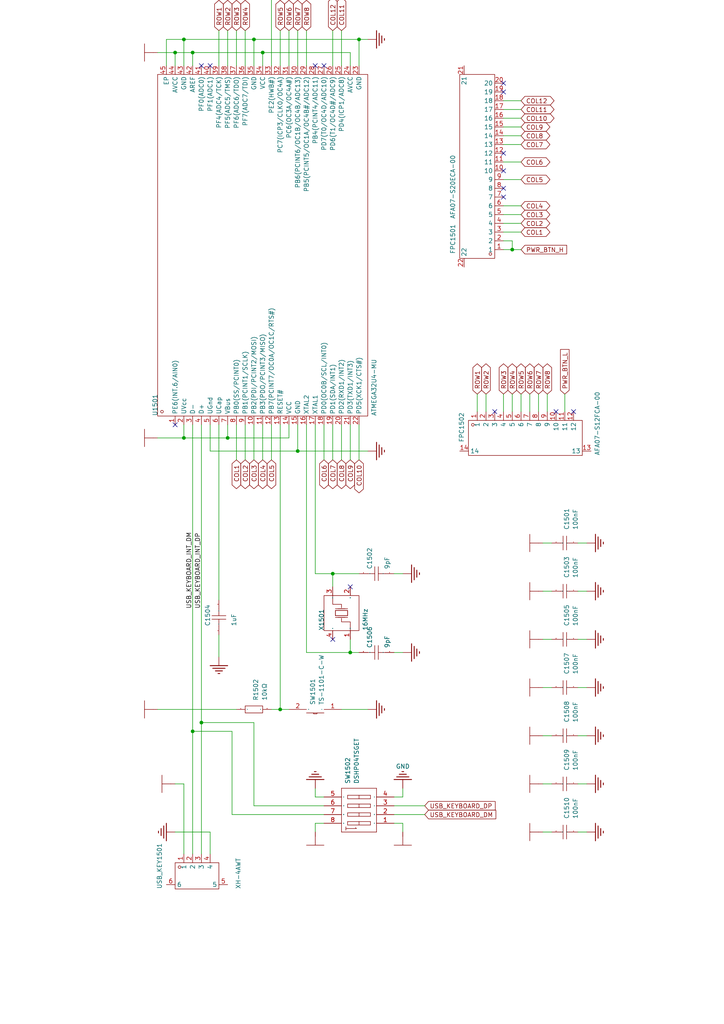
<source format=kicad_sch>
(kicad_sch (version 20250114) (generator "eeschema") (generator_version "9.0")
  (paper "A4" portrait)
  (lib_symbols
    (symbol "mainboard:0402B104K250NT"
      (property "Reference" "C" (at 0 0 0))
      (symbol "0402B104K250NT_1_0"
        (polyline (pts (xy -1.27 0) (xy -0.508 0)))
        (polyline (pts (xy -0.508 2.032) (xy -0.508 -2.032)))
        (polyline (pts (xy 0.508 2.032) (xy 0.508 -2.032)))
        (polyline (pts (xy 0.508 0) (xy 1.27 0)))
        (pin input line (at -3.81 0 0) (length 2.54) (name "1") (number "1"))
        (pin input line (at 3.81 0 180) (length 2.54) (name "2") (number "2"))
      )
    )
    (symbol "mainboard:0603WAF1002T5E"
      (symbol "0603WAF1002T5E_1_0"
        (rectangle (start -2.54 -1.016) (end 2.54 1.016))
        (pin input line (at -5.08 0 0) (length 2.54) (name "1") (number "1"))
        (pin input line (at 5.08 0 180) (length 2.54) (name "2") (number "2"))
      )
    )
    (symbol "mainboard:AFA07-S12FCA-00"
      (property "Reference" "FPC" (at 0 0 0))
      (symbol "AFA07-S12FCA-00_1_0"
        (rectangle (start -3.81 -16.51) (end 6.35 16.51))
        (circle (center -2.54 15.24) (radius 0.381))
        (pin input line (at -6.35 13.97 0) (length 2.54) (name "1") (number "1"))
        (pin input line (at -6.35 11.43 0) (length 2.54) (name "2") (number "2"))
        (pin input line (at -6.35 8.89 0) (length 2.54) (name "3") (number "3"))
        (pin input line (at -6.35 6.35 0) (length 2.54) (name "4") (number "4"))
        (pin input line (at -6.35 3.81 0) (length 2.54) (name "5") (number "5"))
        (pin input line (at -6.35 1.27 0) (length 2.54) (name "6") (number "6"))
        (pin input line (at -6.35 -1.27 0) (length 2.54) (name "7") (number "7"))
        (pin input line (at -6.35 -3.81 0) (length 2.54) (name "8") (number "8"))
        (pin input line (at -6.35 -6.35 0) (length 2.54) (name "9") (number "9"))
        (pin input line (at -6.35 -8.89 0) (length 2.54) (name "10") (number "10"))
        (pin input line (at -6.35 -11.43 0) (length 2.54) (name "11") (number "11"))
        (pin input line (at -6.35 -13.97 0) (length 2.54) (name "12") (number "12"))
        (pin input line (at 5.08 19.05 270) (length 2.54) (name "14") (number "14"))
        (pin input line (at 5.08 -19.05 90) (length 2.54) (name "13") (number "13"))
      )
    )
    (symbol "mainboard:AFA07-S20ECA-00"
      (property "Reference" "FPC" (at 0 0 0))
      (symbol "AFA07-S20ECA-00_1_0"
        (rectangle (start -3.81 -26.67) (end 6.35 26.67))
        (circle (center -2.54 25.4) (radius 0.381))
        (pin input line (at -6.35 24.13 0) (length 2.54) (name "1") (number "1"))
        (pin input line (at -6.35 21.59 0) (length 2.54) (name "2") (number "2"))
        (pin input line (at -6.35 19.05 0) (length 2.54) (name "3") (number "3"))
        (pin input line (at -6.35 16.51 0) (length 2.54) (name "4") (number "4"))
        (pin input line (at -6.35 13.97 0) (length 2.54) (name "5") (number "5"))
        (pin input line (at -6.35 11.43 0) (length 2.54) (name "6") (number "6"))
        (pin input line (at -6.35 8.89 0) (length 2.54) (name "7") (number "7"))
        (pin input line (at -6.35 6.35 0) (length 2.54) (name "8") (number "8"))
        (pin input line (at -6.35 3.81 0) (length 2.54) (name "9") (number "9"))
        (pin input line (at -6.35 1.27 0) (length 2.54) (name "10") (number "10"))
        (pin input line (at -6.35 -1.27 0) (length 2.54) (name "11") (number "11"))
        (pin input line (at -6.35 -3.81 0) (length 2.54) (name "12") (number "12"))
        (pin input line (at -6.35 -6.35 0) (length 2.54) (name "13") (number "13"))
        (pin input line (at -6.35 -8.89 0) (length 2.54) (name "14") (number "14"))
        (pin input line (at -6.35 -11.43 0) (length 2.54) (name "15") (number "15"))
        (pin input line (at -6.35 -13.97 0) (length 2.54) (name "16") (number "16"))
        (pin input line (at -6.35 -16.51 0) (length 2.54) (name "17") (number "17"))
        (pin input line (at -6.35 -19.05 0) (length 2.54) (name "18") (number "18"))
        (pin input line (at -6.35 -21.59 0) (length 2.54) (name "19") (number "19"))
        (pin input line (at -6.35 -24.13 0) (length 2.54) (name "20") (number "20"))
        (pin input line (at 5.08 29.21 270) (length 2.54) (name "22") (number "22"))
        (pin input line (at 5.08 -29.21 90) (length 2.54) (name "21") (number "21"))
      )
    )
    (symbol "mainboard:ATMEGA32U4-MU"
      (property "Reference" "U" (at 0 0 0))
      (symbol "ATMEGA32U4-MU_1_0"
        (rectangle (start -49.53 -30.48) (end 49.53 30.48))
        (circle (center -48.26 29.21) (radius 0.381))
        (pin unspecified line (at -52.07 25.4 0) (length 2.54) (name "PE6(INT.6/AIN0)") (number "1"))
        (pin unspecified line (at -52.07 22.86 0) (length 2.54) (name "UVcc") (number "2"))
        (pin unspecified line (at -52.07 20.32 0) (length 2.54) (name "D-") (number "3"))
        (pin unspecified line (at -52.07 17.78 0) (length 2.54) (name "D+") (number "4"))
        (pin unspecified line (at -52.07 15.24 0) (length 2.54) (name "UGnd") (number "5"))
        (pin unspecified line (at -52.07 12.7 0) (length 2.54) (name "UCap") (number "6"))
        (pin unspecified line (at -52.07 10.16 0) (length 2.54) (name "VBus") (number "7"))
        (pin unspecified line (at -52.07 7.62 0) (length 2.54) (name "PB0(SS/PCINT0)") (number "8"))
        (pin unspecified line (at -52.07 5.08 0) (length 2.54) (name "PB1(PCINT1/SCLK)") (number "9"))
        (pin unspecified line (at -52.07 2.54 0) (length 2.54) (name "PB2(PDI/PCINT2/MOSI)") (number "10"))
        (pin unspecified line (at -52.07 0 0) (length 2.54) (name "PB3(PDO/PCINT3/MISO)") (number "11"))
        (pin unspecified line (at -52.07 -2.54 0) (length 2.54) (name "PB7(PCINT7/OC0A/OC1C/RTS#)") (number "12"))
        (pin unspecified line (at -52.07 -5.08 0) (length 2.54) (name "RESET#") (number "13"))
        (pin unspecified line (at -52.07 -7.62 0) (length 2.54) (name "VCC") (number "14"))
        (pin unspecified line (at -52.07 -10.16 0) (length 2.54) (name "GND") (number "15"))
        (pin unspecified line (at -52.07 -12.7 0) (length 2.54) (name "XTAL2") (number "16"))
        (pin unspecified line (at -52.07 -15.24 0) (length 2.54) (name "XTAL1") (number "17"))
        (pin unspecified line (at -52.07 -17.78 0) (length 2.54) (name "PD0(OC0B/SCL/INT0)") (number "18"))
        (pin unspecified line (at -52.07 -20.32 0) (length 2.54) (name "PD1(SDA/INT1)") (number "19"))
        (pin unspecified line (at -52.07 -22.86 0) (length 2.54) (name "PD2(RXD1/INT2)") (number "20"))
        (pin unspecified line (at -52.07 -25.4 0) (length 2.54) (name "PD3(TXD1/INT3)") (number "21"))
        (pin unspecified line (at -52.07 -27.94 0) (length 2.54) (name "PD5(XCK1/CTS#)") (number "22"))
        (pin unspecified line (at 52.07 27.94 180) (length 2.54) (name "EP") (number "45"))
        (pin unspecified line (at 52.07 25.4 180) (length 2.54) (name "AVCC") (number "44"))
        (pin unspecified line (at 52.07 22.86 180) (length 2.54) (name "GND") (number "43"))
        (pin unspecified line (at 52.07 20.32 180) (length 2.54) (name "AREF") (number "42"))
        (pin unspecified line (at 52.07 17.78 180) (length 2.54) (name "PF0(ADC0)") (number "41"))
        (pin unspecified line (at 52.07 15.24 180) (length 2.54) (name "PF1(ADC1)") (number "40"))
        (pin unspecified line (at 52.07 12.7 180) (length 2.54) (name "PF4(ADC4/TCK)") (number "39"))
        (pin unspecified line (at 52.07 10.16 180) (length 2.54) (name "PF5(ADC5/TMS)") (number "38"))
        (pin unspecified line (at 52.07 7.62 180) (length 2.54) (name "PF6(ADC6/TDO)") (number "37"))
        (pin unspecified line (at 52.07 5.08 180) (length 2.54) (name "PF7(ADC7/TDI)") (number "36"))
        (pin unspecified line (at 52.07 2.54 180) (length 2.54) (name "GND") (number "35"))
        (pin unspecified line (at 52.07 0 180) (length 2.54) (name "VCC") (number "34"))
        (pin unspecified line (at 52.07 -2.54 180) (length 2.54) (name "PE2(HWB#)") (number "33"))
        (pin unspecified line (at 52.07 -5.08 180) (length 2.54) (name "PC7(ICP3/CLK0/OC4A)") (number "32"))
        (pin unspecified line (at 52.07 -7.62 180) (length 2.54) (name "PC6(OC3A/OC4A#)") (number "31"))
        (pin unspecified line (at 52.07 -10.16 180) (length 2.54) (name "PB6(PCINT6/OC1B/OC4B/ADC13)") (number "30"))
        (pin unspecified line (at 52.07 -12.7 180) (length 2.54) (name "PB5(PCINT5/OC1A/OC4B#/ADC12)") (number "29"))
        (pin unspecified line (at 52.07 -15.24 180) (length 2.54) (name "PB4(PCINT4/ADC11)") (number "28"))
        (pin unspecified line (at 52.07 -17.78 180) (length 2.54) (name "PD7(T0/OC4D/ADC10)") (number "27"))
        (pin unspecified line (at 52.07 -20.32 180) (length 2.54) (name "PD6(T1/OC4D#/ADC9)") (number "26"))
        (pin unspecified line (at 52.07 -22.86 180) (length 2.54) (name "PD4(ICP1/ADC8)") (number "25"))
        (pin unspecified line (at 52.07 -25.4 180) (length 2.54) (name "AVCC") (number "24"))
        (pin unspecified line (at 52.07 -27.94 180) (length 2.54) (name "GND") (number "23"))
      )
    )
    (symbol "mainboard:CC0603CRNPO9BN9R0"
      (property "Reference" "C" (at 0 0 0))
      (symbol "CC0603CRNPO9BN9R0_1_0"
        (polyline (pts (xy -2.032 0.508) (xy 2.032 0.508)))
        (polyline (pts (xy 0 2.54) (xy 0 0.508)))
        (polyline (pts (xy 0 -0.508) (xy 0 -2.54)))
        (polyline (pts (xy 2.032 -0.508) (xy -2.032 -0.508)))
        (pin input line (at 0 5.08 270) (length 2.54) (name "2") (number "2"))
        (pin input line (at 0 -5.08 90) (length 2.54) (name "1") (number "1"))
      )
    )
    (symbol "mainboard:CL10A105KB8NNNC"
      (property "Reference" "C" (at 0 0 0))
      (symbol "CL10A105KB8NNNC_1_0"
        (polyline (pts (xy -0.508 0) (xy -2.54 0)))
        (polyline (pts (xy -0.508 -2.032) (xy -0.508 2.032)))
        (polyline (pts (xy 0.508 2.032) (xy 0.508 -2.032)))
        (polyline (pts (xy 2.54 0) (xy 0.508 0)))
        (pin unspecified line (at -5.08 0 0) (length 2.54) (name "1") (number "1"))
        (pin unspecified line (at 5.08 0 180) (length 2.54) (name "2") (number "2"))
      )
    )
    (symbol "mainboard:DSHP04TSGER"
      (property "Reference" "SW" (at 0 0 0))
      (symbol "DSHP04TSGER_1_0"
        (polyline (pts (xy -5.08 6.35) (xy -5.08 -6.35)))
        (polyline (pts (xy -5.08 -6.35) (xy 5.08 -6.35)))
        (polyline (pts (xy -3.302 4.318) (xy 3.302 4.318)))
        (polyline (pts (xy -3.302 3.302) (xy -3.302 4.318)))
        (polyline (pts (xy -3.302 1.778) (xy 3.302 1.778)))
        (polyline (pts (xy -3.302 0.762) (xy -3.302 1.778)))
        (polyline (pts (xy -3.302 -0.762) (xy 3.302 -0.762)))
        (polyline (pts (xy -3.302 -1.778) (xy -3.302 -0.762)))
        (polyline (pts (xy -3.302 -3.302) (xy 3.302 -3.302)))
        (polyline (pts (xy -3.302 -4.318) (xy -3.302 -3.302)))
        (polyline (pts (xy 0 4.318) (xy 0 3.302)))
        (polyline (pts (xy 0 1.778) (xy 0 0.762)))
        (polyline (pts (xy 0 -0.762) (xy 0 -1.778)))
        (polyline (pts (xy 0 -3.302) (xy 0 -4.318)))
        (polyline (pts (xy 0.762 5.334) (xy 3.81 5.334)))
        (polyline (pts (xy 1.016 5.08) (xy 0.762 5.334)))
        (polyline (pts (xy 3.302 4.318) (xy 3.302 3.302)))
        (polyline (pts (xy 3.302 3.302) (xy -3.302 3.302)))
        (polyline (pts (xy 3.302 1.778) (xy 3.302 0.762)))
        (polyline (pts (xy 3.302 0.762) (xy -3.302 0.762)))
        (polyline (pts (xy 3.302 -0.762) (xy 3.302 -1.778)))
        (polyline (pts (xy 3.302 -1.778) (xy -3.302 -1.778)))
        (polyline (pts (xy 3.302 -3.302) (xy 3.302 -4.318)))
        (polyline (pts (xy 3.302 -4.318) (xy -3.302 -4.318)))
        (polyline (pts (xy 3.81 5.842) (xy 3.81 4.826)))
        (polyline (pts (xy 5.08 6.35) (xy -5.08 6.35)))
        (polyline (pts (xy 5.08 -6.35) (xy 5.08 6.35)))
        (pin input line (at -10.16 3.81 0) (length 5.08) (name "A1") (number "1"))
        (pin input line (at -10.16 1.27 0) (length 5.08) (name "A2") (number "2"))
        (pin input line (at -10.16 -1.27 0) (length 5.08) (name "A3") (number "3"))
        (pin input line (at -10.16 -3.81 0) (length 5.08) (name "A4") (number "4"))
        (pin input line (at 10.16 3.81 180) (length 5.08) (name "B1") (number "8"))
        (pin input line (at 10.16 1.27 180) (length 5.08) (name "B2") (number "7"))
        (pin input line (at 10.16 -1.27 180) (length 5.08) (name "B3") (number "6"))
        (pin input line (at 10.16 -3.81 180) (length 5.08) (name "B4") (number "5"))
      )
    )
    (symbol "mainboard:Ground-GND" (power) (pin_numbers (hide yes)) (pin_names (hide yes))
      (property "Value" "GND" (at 0 -6.35 0))
      (symbol "Ground-GND_1_0"
        (polyline (pts (xy -2.54 -2.54) (xy 2.54 -2.54)) (stroke (width 0.254)))
        (polyline (pts (xy -1.778 -3.302) (xy 1.778 -3.302)) (stroke (width 0.254)))
        (polyline (pts (xy -1.016 -4.064) (xy 1.016 -4.064)) (stroke (width 0.254)))
        (polyline (pts (xy -0.254 -4.826) (xy 0.254 -4.826)) (stroke (width 0.254)))
        (pin power_in line (at 0 0 270) (length 2.54) (name "GND_KEY") (number "1"))
      )
    )
    (symbol "mainboard:Power-5V" (power) (pin_numbers (hide yes)) (pin_names (hide yes))
      (symbol "Power-5V_1_0"
        (polyline (pts (xy -2.54 3.81) (xy 2.54 3.81)))
        (polyline (pts (xy 0 3.81) (xy 0 1.27)))
        (pin power_in line (at 0 0 90) (length 1.27) (name "+3.3V") (number "1"))
      )
    )
    (symbol "mainboard:TS-1101-C-W"
      (property "Reference" "SW" (at 0 0 0))
      (symbol "TS-1101-C-W_1_0"
        (polyline (pts (xy -2.54 1.016) (xy 2.54 1.016)))
        (polyline (pts (xy -0.508 1.016) (xy -0.508 1.27) (xy -0.508 1.27) (xy 0.508 1.27) (xy 0.508 1.27) (xy 0.508 1.016)))
        (pin unspecified line (at -7.62 0 0) (length 5.08) (name "1") (number "1"))
        (pin unspecified line (at 7.62 0 180) (length 5.08) (name "2") (number "2"))
      )
    )
    (symbol "mainboard:X322516MOB4SI"
      (property "Reference" "X" (at 0 0 0))
      (symbol "X322516MOB4SI_1_0"
        (polyline (pts (xy -5.08 -2.54) (xy -2.54 -2.54) (xy -2.54 -2.54) (xy -2.54 0) (xy -2.54 0) (xy -1.524 0)))
        (rectangle (start -5.08 -5.08) (end 5.08 5.08))
        (polyline (pts (xy -1.27 -1.016) (xy -1.27 1.016)))
        (polyline (pts (xy -1.27 -1.778) (xy -1.27 1.778)))
        (polyline (pts (xy -0.762 -1.778) (xy -0.762 1.778) (xy -0.762 1.778) (xy 0.762 1.778) (xy 0.762 1.778) (xy 0.762 -1.778)))
        (polyline (pts (xy 0.762 1.778) (xy 0.762 -1.778) (xy 0.762 -1.778) (xy -0.762 -1.778) (xy -0.762 -1.778) (xy -0.762 1.778) (xy -0.762 1.778) (xy 0.762 1.778)))
        (polyline (pts (xy 0.762 -1.778) (xy -0.762 -1.778)))
        (polyline (pts (xy 1.27 -1.016) (xy 1.27 1.016)))
        (polyline (pts (xy 1.27 -1.778) (xy 1.27 1.778)))
        (polyline (pts (xy 5.08 2.54) (xy 2.54 2.54) (xy 2.54 2.54) (xy 2.54 0) (xy 2.54 0) (xy 1.524 0)))
        (pin unspecified line (at -7.62 2.54 0) (length 2.54) (name "GND") (number "4"))
        (pin unspecified line (at -7.62 -2.54 0) (length 2.54) (name "OSC1") (number "1"))
        (pin unspecified line (at 7.62 2.54 180) (length 2.54) (name "OSC2") (number "3"))
        (pin unspecified line (at 7.62 -2.54 180) (length 2.54) (name "GND") (number "2"))
      )
    )
    (symbol "mainboard:XH-4AWT"
      (property "Reference" "CN" (at 0 0 0))
      (symbol "XH-4AWT_1_0"
        (rectangle (start -2.54 -6.35) (end 5.08 6.35))
        (circle (center -1.27 5.08) (radius 0.381))
        (pin unspecified line (at -5.08 3.81 0) (length 2.54) (name "1") (number "1"))
        (pin unspecified line (at -5.08 1.27 0) (length 2.54) (name "2") (number "2"))
        (pin unspecified line (at -5.08 -1.27 0) (length 2.54) (name "3") (number "3"))
        (pin unspecified line (at -5.08 -3.81 0) (length 2.54) (name "4") (number "4"))
        (pin unspecified line (at 3.81 8.89 270) (length 2.54) (name "6") (number "6"))
        (pin unspecified line (at 3.81 -8.89 90) (length 2.54) (name "5") (number "5"))
      )
    )
  )
  (junction (at 76.2 15.24))
  (junction (at 73.66 11.43))
  (junction (at 86.36 130.81))
  (junction (at 96.52 166.37))
  (junction (at 104.14 11.43))
  (junction (at 66.04 127))
  (junction (at 53.34 11.43))
  (junction (at 50.8 15.24))
  (junction (at 55.88 212.09))
  (junction (at 101.6 189.23))
  (junction (at 148.59 72.39))
  (junction (at 81.28 205.74))
  (junction (at 55.88 15.24))
  (junction (at 58.42 209.55))
  (junction (at 53.34 127))
  (no_connect (at 146.05 26.67))
  (no_connect (at 96.52 185.42))
  (no_connect (at 60.96 19.05))
  (no_connect (at 161.29 119.38))
  (no_connect (at 50.8 123.19))
  (no_connect (at 93.98 19.05))
  (no_connect (at 91.44 19.05))
  (no_connect (at 166.37 119.38))
  (no_connect (at 101.6 170.18))
  (no_connect (at 143.51 119.38))
  (no_connect (at 58.42 19.05))
  (no_connect (at 146.05 54.61))
  (no_connect (at 146.05 49.53))
  (no_connect (at 146.05 44.45))
  (no_connect (at 146.05 57.15))
  (no_connect (at 146.05 24.13))
  (wire (pts (xy 81.28 8.89) (xy 81.28 19.05)))
  (wire (pts (xy 63.5 190.5) (xy 63.5 184.15)))
  (wire (pts (xy 101.6 15.24) (xy 101.6 19.05)))
  (wire (pts (xy 66.04 127) (xy 83.82 127)))
  (wire (pts (xy 148.59 114.3) (xy 148.59 119.38)))
  (wire (pts (xy 167.64 241.3) (xy 170.18 241.3)))
  (wire (pts (xy 60.96 130.81) (xy 60.96 123.19)))
  (wire (pts (xy 123.19 233.68) (xy 114.3 233.68)))
  (wire (pts (xy 167.64 171.45) (xy 170.18 171.45)))
  (wire (pts (xy 58.42 123.19) (xy 58.42 209.55)))
  (wire (pts (xy 157.48 241.3) (xy 160.02 241.3)))
  (wire (pts (xy 73.66 233.68) (xy 93.98 233.68)))
  (wire (pts (xy 151.13 41.91) (xy 146.05 41.91)))
  (wire (pts (xy 123.19 236.22) (xy 114.3 236.22)))
  (wire (pts (xy 60.96 241.3) (xy 60.96 247.65)))
  (wire (pts (xy 99.06 19.05) (xy 99.06 8.89)))
  (wire (pts (xy 167.64 227.33) (xy 170.18 227.33)))
  (wire (pts (xy 104.14 11.43) (xy 73.66 11.43)))
  (wire (pts (xy 151.13 59.69) (xy 146.05 59.69)))
  (wire (pts (xy 151.13 29.21) (xy 146.05 29.21)))
  (wire (pts (xy 81.28 205.74) (xy 78.74 205.74)))
  (wire (pts (xy 55.88 212.09) (xy 67.31 212.09)))
  (wire (pts (xy 91.44 228.6) (xy 91.44 231.14)))
  (wire (pts (xy 71.12 123.19) (xy 71.12 133.35)))
  (wire (pts (xy 157.48 199.39) (xy 160.02 199.39)))
  (wire (pts (xy 151.13 72.39) (xy 148.59 72.39)))
  (wire (pts (xy 106.68 130.81) (xy 86.36 130.81)))
  (wire (pts (xy 96.52 166.37) (xy 91.44 166.37)))
  (wire (pts (xy 156.21 119.38) (xy 156.21 114.3)))
  (wire (pts (xy 104.14 11.43) (xy 104.14 19.05)))
  (wire (pts (xy 116.84 238.76) (xy 116.84 241.3)))
  (wire (pts (xy 157.48 227.33) (xy 160.02 227.33)))
  (wire (pts (xy 53.34 11.43) (xy 53.34 19.05)))
  (wire (pts (xy 140.97 114.3) (xy 140.97 119.38)))
  (wire (pts (xy 86.36 130.81) (xy 60.96 130.81)))
  (wire (pts (xy 71.12 19.05) (xy 71.12 8.89)))
  (wire (pts (xy 146.05 119.38) (xy 146.05 114.3)))
  (wire (pts (xy 167.64 213.36) (xy 170.18 213.36)))
  (wire (pts (xy 148.59 72.39) (xy 148.59 69.85)))
  (wire (pts (xy 93.98 -15.24) (xy 78.74 -15.24)))
  (wire (pts (xy 148.59 69.85) (xy 146.05 69.85)))
  (wire (pts (xy 63.5 123.19) (xy 63.5 173.99)))
  (wire (pts (xy 78.74 123.19) (xy 78.74 133.35)))
  (wire (pts (xy 76.2 15.24) (xy 101.6 15.24)))
  (wire (pts (xy 91.44 238.76) (xy 93.98 238.76)))
  (wire (pts (xy 106.68 11.43) (xy 104.14 11.43)))
  (wire (pts (xy 67.31 212.09) (xy 67.31 236.22)))
  (wire (pts (xy 83.82 127) (xy 83.82 123.19)))
  (wire (pts (xy 48.26 11.43) (xy 48.26 19.05)))
  (wire (pts (xy 99.06 133.35) (xy 99.06 123.19)))
  (wire (pts (xy 158.75 114.3) (xy 158.75 119.38)))
  (wire (pts (xy 146.05 31.75) (xy 151.13 31.75)))
  (wire (pts (xy 146.05 39.37) (xy 151.13 39.37)))
  (wire (pts (xy 91.44 241.3) (xy 91.44 238.76)))
  (wire (pts (xy 116.84 231.14) (xy 114.3 231.14)))
  (wire (pts (xy 153.67 114.3) (xy 153.67 119.38)))
  (wire (pts (xy 73.66 133.35) (xy 73.66 123.19)))
  (wire (pts (xy 53.34 11.43) (xy 48.26 11.43)))
  (wire (pts (xy 53.34 127) (xy 53.34 123.19)))
  (wire (pts (xy 83.82 19.05) (xy 83.82 8.89)))
  (wire (pts (xy 96.52 123.19) (xy 96.52 133.35)))
  (wire (pts (xy 53.34 227.33) (xy 53.34 247.65)))
  (wire (pts (xy 146.05 67.31) (xy 151.13 67.31)))
  (wire (pts (xy 73.66 11.43) (xy 53.34 11.43)))
  (wire (pts (xy 55.88 123.19) (xy 55.88 212.09)))
  (wire (pts (xy 66.04 127) (xy 66.04 123.19)))
  (wire (pts (xy 76.2 15.24) (xy 76.2 19.05)))
  (wire (pts (xy 151.13 52.07) (xy 146.05 52.07)))
  (wire (pts (xy 63.5 8.89) (xy 63.5 19.05)))
  (wire (pts (xy 86.36 8.89) (xy 86.36 19.05)))
  (wire (pts (xy 146.05 46.99) (xy 151.13 46.99)))
  (wire (pts (xy 45.72 15.24) (xy 50.8 15.24)))
  (wire (pts (xy 101.6 189.23) (xy 88.9 189.23)))
  (wire (pts (xy 151.13 64.77) (xy 146.05 64.77)))
  (wire (pts (xy 68.58 133.35) (xy 68.58 123.19)))
  (wire (pts (xy 81.28 205.74) (xy 83.82 205.74)))
  (wire (pts (xy 138.43 119.38) (xy 138.43 114.3)))
  (wire (pts (xy 104.14 166.37) (xy 96.52 166.37)))
  (wire (pts (xy 151.13 119.38) (xy 151.13 114.3)))
  (wire (pts (xy 157.48 213.36) (xy 160.02 213.36)))
  (wire (pts (xy 104.14 -15.24) (xy 105.41 -15.24)))
  (wire (pts (xy 88.9 189.23) (xy 88.9 123.19)))
  (wire (pts (xy 167.64 199.39) (xy 170.18 199.39)))
  (wire (pts (xy 114.3 238.76) (xy 116.84 238.76)))
  (wire (pts (xy 76.2 15.24) (xy 55.88 15.24)))
  (wire (pts (xy 66.04 19.05) (xy 66.04 8.89)))
  (wire (pts (xy 146.05 36.83) (xy 151.13 36.83)))
  (wire (pts (xy 91.44 166.37) (xy 91.44 123.19)))
  (wire (pts (xy 73.66 209.55) (xy 73.66 233.68)))
  (wire (pts (xy 167.64 157.48) (xy 170.18 157.48)))
  (wire (pts (xy 114.3 166.37) (xy 116.84 166.37)))
  (wire (pts (xy 91.44 231.14) (xy 93.98 231.14)))
  (wire (pts (xy 157.48 157.48) (xy 160.02 157.48)))
  (wire (pts (xy 55.88 15.24) (xy 55.88 19.05)))
  (wire (pts (xy 68.58 205.74) (xy 45.72 205.74)))
  (wire (pts (xy 114.3 189.23) (xy 116.84 189.23)))
  (wire (pts (xy 101.6 189.23) (xy 101.6 185.42)))
  (wire (pts (xy 58.42 209.55) (xy 58.42 247.65)))
  (wire (pts (xy 68.58 8.89) (xy 68.58 19.05)))
  (wire (pts (xy 93.98 133.35) (xy 93.98 123.19)))
  (wire (pts (xy 157.48 171.45) (xy 160.02 171.45)))
  (wire (pts (xy 55.88 15.24) (xy 50.8 15.24)))
  (wire (pts (xy 76.2 123.19) (xy 76.2 133.35)))
  (wire (pts (xy 60.96 241.3) (xy 50.8 241.3)))
  (wire (pts (xy 146.05 62.23) (xy 151.13 62.23)))
  (wire (pts (xy 53.34 127) (xy 66.04 127)))
  (wire (pts (xy 86.36 130.81) (xy 86.36 123.19)))
  (wire (pts (xy 96.52 166.37) (xy 96.52 170.18)))
  (wire (pts (xy 96.52 8.89) (xy 96.52 19.05)))
  (wire (pts (xy 73.66 11.43) (xy 73.66 19.05)))
  (wire (pts (xy 148.59 72.39) (xy 146.05 72.39)))
  (wire (pts (xy 50.8 227.33) (xy 53.34 227.33)))
  (wire (pts (xy 88.9 19.05) (xy 88.9 8.89)))
  (wire (pts (xy 106.68 205.74) (xy 99.06 205.74)))
  (wire (pts (xy 151.13 34.29) (xy 146.05 34.29)))
  (wire (pts (xy 50.8 15.24) (xy 50.8 19.05)))
  (wire (pts (xy 58.42 209.55) (xy 73.66 209.55)))
  (wire (pts (xy 116.84 228.6) (xy 116.84 231.14)))
  (wire (pts (xy 157.48 185.42) (xy 160.02 185.42)))
  (wire (pts (xy 167.64 185.42) (xy 170.18 185.42)))
  (wire (pts (xy 45.72 127) (xy 53.34 127)))
  (wire (pts (xy 163.83 119.38) (xy 163.83 114.3)))
  (wire (pts (xy 55.88 212.09) (xy 55.88 247.65)))
  (wire (pts (xy 104.14 133.35) (xy 104.14 123.19)))
  (wire (pts (xy 104.14 189.23) (xy 101.6 189.23)))
  (wire (pts (xy 78.74 19.05) (xy 78.74 -15.24)))
  (wire (pts (xy 67.31 236.22) (xy 93.98 236.22)))
  (wire (pts (xy 81.28 205.74) (xy 81.28 123.19)))
  (wire (pts (xy 101.6 123.19) (xy 101.6 133.35)))
  (label "USB_KEYBOARD_INT_DP" (at 58.42 176.53 90))
  (label "USB_KEYBOARD_INT_DM" (at 55.88 176.53 90))
  (global_label "COL7" (shape bidirectional) (at 151.13 41.91 0) (property "Intersheetrefs" "${INTERSHEET_REFS}" (effects (hide yes))))
  (global_label "USB_KEYBOARD_DM" (shape input) (at 123.19 236.22 0) (property "Intersheetrefs" "${INTERSHEET_REFS}" (effects (hide yes))))
  (global_label "ROW6" (shape bidirectional) (at 83.82 8.89 90) (property "Intersheetrefs" "${INTERSHEET_REFS}" (effects (hide yes))))
  (global_label "ROW4" (shape bidirectional) (at 148.59 114.3 90) (property "Intersheetrefs" "${INTERSHEET_REFS}" (effects (hide yes))))
  (global_label "ROW5" (shape bidirectional) (at 81.28 8.89 90) (property "Intersheetrefs" "${INTERSHEET_REFS}" (effects (hide yes))))
  (global_label "COL6" (shape bidirectional) (at 151.13 46.99 0) (property "Intersheetrefs" "${INTERSHEET_REFS}" (effects (hide yes))))
  (global_label "ROW8" (shape bidirectional) (at 88.9 8.89 90) (property "Intersheetrefs" "${INTERSHEET_REFS}" (effects (hide yes))))
  (global_label "COL8" (shape bidirectional) (at 151.13 39.37 0) (property "Intersheetrefs" "${INTERSHEET_REFS}" (effects (hide yes))))
  (global_label "PWR_BTN_L" (shape input) (at 163.83 114.3 90) (property "Intersheetrefs" "${INTERSHEET_REFS}" (effects (hide yes))))
  (global_label "ROW4" (shape bidirectional) (at 71.12 8.89 90) (property "Intersheetrefs" "${INTERSHEET_REFS}" (effects (hide yes))))
  (global_label "COL4" (shape bidirectional) (at 151.13 59.69 0) (property "Intersheetrefs" "${INTERSHEET_REFS}" (effects (hide yes))))
  (global_label "COL2" (shape bidirectional) (at 151.13 64.77 0) (property "Intersheetrefs" "${INTERSHEET_REFS}" (effects (hide yes))))
  (global_label "COL11" (shape bidirectional) (at 151.13 31.75 0) (property "Intersheetrefs" "${INTERSHEET_REFS}" (effects (hide yes))))
  (global_label "COL10" (shape bidirectional) (at 104.14 133.35 270) (property "Intersheetrefs" "${INTERSHEET_REFS}" (effects (hide yes))))
  (global_label "ROW6" (shape bidirectional) (at 153.67 114.3 90) (property "Intersheetrefs" "${INTERSHEET_REFS}" (effects (hide yes))))
  (global_label "ROW2" (shape bidirectional) (at 140.97 114.3 90) (property "Intersheetrefs" "${INTERSHEET_REFS}" (effects (hide yes))))
  (global_label "COL9" (shape bidirectional) (at 101.6 133.35 270) (property "Intersheetrefs" "${INTERSHEET_REFS}" (effects (hide yes))))
  (global_label "COL2" (shape bidirectional) (at 71.12 133.35 270) (property "Intersheetrefs" "${INTERSHEET_REFS}" (effects (hide yes))))
  (global_label "COL11" (shape bidirectional) (at 99.06 8.89 90) (property "Intersheetrefs" "${INTERSHEET_REFS}" (effects (hide yes))))
  (global_label "ROW3" (shape bidirectional) (at 146.05 114.3 90) (property "Intersheetrefs" "${INTERSHEET_REFS}" (effects (hide yes))))
  (global_label "COL1" (shape bidirectional) (at 151.13 67.31 0) (property "Intersheetrefs" "${INTERSHEET_REFS}" (effects (hide yes))))
  (global_label "ROW3" (shape bidirectional) (at 68.58 8.89 90) (property "Intersheetrefs" "${INTERSHEET_REFS}" (effects (hide yes))))
  (global_label "COL3" (shape bidirectional) (at 73.66 133.35 270) (property "Intersheetrefs" "${INTERSHEET_REFS}" (effects (hide yes))))
  (global_label "COL6" (shape bidirectional) (at 93.98 133.35 270) (property "Intersheetrefs" "${INTERSHEET_REFS}" (effects (hide yes))))
  (global_label "COL7" (shape bidirectional) (at 96.52 133.35 270) (property "Intersheetrefs" "${INTERSHEET_REFS}" (effects (hide yes))))
  (global_label "ROW2" (shape bidirectional) (at 66.04 8.89 90) (property "Intersheetrefs" "${INTERSHEET_REFS}" (effects (hide yes))))
  (global_label "COL8" (shape bidirectional) (at 99.06 133.35 270) (property "Intersheetrefs" "${INTERSHEET_REFS}" (effects (hide yes))))
  (global_label "ROW7" (shape bidirectional) (at 86.36 8.89 90) (property "Intersheetrefs" "${INTERSHEET_REFS}" (effects (hide yes))))
  (global_label "COL3" (shape bidirectional) (at 151.13 62.23 0) (property "Intersheetrefs" "${INTERSHEET_REFS}" (effects (hide yes))))
  (global_label "COL12" (shape bidirectional) (at 151.13 29.21 0) (property "Intersheetrefs" "${INTERSHEET_REFS}" (effects (hide yes))))
  (global_label "ROW7" (shape bidirectional) (at 156.21 114.3 90) (property "Intersheetrefs" "${INTERSHEET_REFS}" (effects (hide yes))))
  (global_label "COL5" (shape bidirectional) (at 151.13 52.07 0) (property "Intersheetrefs" "${INTERSHEET_REFS}" (effects (hide yes))))
  (global_label "COL4" (shape bidirectional) (at 76.2 133.35 270) (property "Intersheetrefs" "${INTERSHEET_REFS}" (effects (hide yes))))
  (global_label "COL12" (shape bidirectional) (at 96.52 8.89 90) (property "Intersheetrefs" "${INTERSHEET_REFS}" (effects (hide yes))))
  (global_label "USB_KEYBOARD_DP" (shape input) (at 123.19 233.68 0) (property "Intersheetrefs" "${INTERSHEET_REFS}" (effects (hide yes))))
  (global_label "PWR_BTN_H" (shape input) (at 151.13 72.39 0) (property "Intersheetrefs" "${INTERSHEET_REFS}" (effects (hide yes))))
  (global_label "ROW1" (shape bidirectional) (at 63.5 8.89 90) (property "Intersheetrefs" "${INTERSHEET_REFS}" (effects (hide yes))))
  (global_label "COL5" (shape bidirectional) (at 78.74 133.35 270) (property "Intersheetrefs" "${INTERSHEET_REFS}" (effects (hide yes))))
  (global_label "COL9" (shape bidirectional) (at 151.13 36.83 0) (property "Intersheetrefs" "${INTERSHEET_REFS}" (effects (hide yes))))
  (global_label "COL10" (shape bidirectional) (at 151.13 34.29 0) (property "Intersheetrefs" "${INTERSHEET_REFS}" (effects (hide yes))))
  (global_label "COL1" (shape bidirectional) (at 68.58 133.35 270) (property "Intersheetrefs" "${INTERSHEET_REFS}" (effects (hide yes))))
  (global_label "ROW5" (shape bidirectional) (at 151.13 114.3 90) (property "Intersheetrefs" "${INTERSHEET_REFS}" (effects (hide yes))))
  (global_label "ROW1" (shape bidirectional) (at 138.43 114.3 90) (property "Intersheetrefs" "${INTERSHEET_REFS}" (effects (hide yes))))
  (global_label "ROW8" (shape bidirectional) (at 158.75 114.3 90) (property "Intersheetrefs" "${INTERSHEET_REFS}" (effects (hide yes))))
  (symbol (lib_id "mainboard:0402B104K250NT") (at 163.83 227.33 180) (unit 1)
    (property "Reference" "C1509" (at 165.1 223.52 90) (effects (justify right top)))
    (property "Value" "100nF" (at 167.64 223.52 90) (effects (justify right top)))
    (property "Footprint" "mainboard:C0402" (effects (hide yes)))
    (property "Datasheet" "https://atta.szlcsc.com/upload/public/pdf/source/20200305/C486355_26A10D38EF8C2A5C37091D0039909270.pdf" (effects (hide yes)))
    (property "Description" "Capacitance:100nF Tolerance:±10% Tolerance:±10% Voltage Rated: Temperature Coefficient:" (effects (hide yes)))
    (property "Manufacturer Part" "0402B104K250NT" (effects (hide yes)))
    (property "Manufacturer" "FH(风华)" (effects (hide yes)))
    (property "Supplier Part" "C56392" (effects (hide yes)))
    (property "Supplier" "LCSC" (effects (hide yes)))
    (property "LCSC Part Name" "100nF ±10% 25V" (effects (hide yes)))
  )
  (symbol (lib_id "mainboard:Ground-GND") (at 63.5 190.5 0) (unit 1)
    (property "Reference" "#PWR01514" (effects (hide yes)))
    (property "Value" "GND_KEY" (effects (hide yes)))
    (property "Footprint" "mainboard:" (effects (hide yes)))
  )
  (symbol (lib_id "mainboard:0402B104K250NT") (at 163.83 185.42 180) (unit 1)
    (property "Reference" "C1505" (at 165.1 181.61 90) (effects (justify right top)))
    (property "Value" "100nF" (at 167.64 181.61 90) (effects (justify right top)))
    (property "Footprint" "mainboard:C0402" (effects (hide yes)))
    (property "Datasheet" "https://atta.szlcsc.com/upload/public/pdf/source/20200305/C486355_26A10D38EF8C2A5C37091D0039909270.pdf" (effects (hide yes)))
    (property "Description" "Capacitance:100nF Tolerance:±10% Tolerance:±10% Voltage Rated: Temperature Coefficient:" (effects (hide yes)))
    (property "Manufacturer Part" "0402B104K250NT" (effects (hide yes)))
    (property "Manufacturer" "FH(风华)" (effects (hide yes)))
    (property "Supplier Part" "C56392" (effects (hide yes)))
    (property "Supplier" "LCSC" (effects (hide yes)))
    (property "LCSC Part Name" "100nF ±10% 25V" (effects (hide yes)))
  )
  (symbol (lib_id "mainboard:Ground-GND") (at 170.18 157.48 90) (unit 1)
    (property "Reference" "#PWR01507" (effects (hide yes)))
    (property "Value" "GND_KEY" (effects (hide yes)))
    (property "Footprint" "mainboard:" (effects (hide yes)))
  )
  (symbol (lib_id "mainboard:0402B104K250NT") (at 163.83 213.36 180) (unit 1)
    (property "Reference" "C1508" (at 165.1 209.55 90) (effects (justify right top)))
    (property "Value" "100nF" (at 167.64 209.55 90) (effects (justify right top)))
    (property "Footprint" "mainboard:C0402" (effects (hide yes)))
    (property "Datasheet" "https://atta.szlcsc.com/upload/public/pdf/source/20200305/C486355_26A10D38EF8C2A5C37091D0039909270.pdf" (effects (hide yes)))
    (property "Description" "Capacitance:100nF Tolerance:±10% Tolerance:±10% Voltage Rated: Temperature Coefficient:" (effects (hide yes)))
    (property "Manufacturer Part" "0402B104K250NT" (effects (hide yes)))
    (property "Manufacturer" "FH(风华)" (effects (hide yes)))
    (property "Supplier Part" "C56392" (effects (hide yes)))
    (property "Supplier" "LCSC" (effects (hide yes)))
    (property "LCSC Part Name" "100nF ±10% 25V" (effects (hide yes)))
  )
  (symbol (lib_id "mainboard:Ground-GND") (at 170.18 185.42 90) (unit 1)
    (property "Reference" "#PWR01512" (effects (hide yes)))
    (property "Value" "GND_KEY" (effects (hide yes)))
    (property "Footprint" "mainboard:" (effects (hide yes)))
  )
  (symbol (lib_id "mainboard:X322516MOB4SI") (at 99.06 177.8 90) (unit 1)
    (property "Reference" "X1501" (at 93.98 182.88 0) (effects (justify left bottom)))
    (property "Value" "16MHz" (at 106.68 182.88 0) (effects (justify left bottom)))
    (property "Footprint" "mainboard:CRYSTAL-SMD_4P-L3.2-W2.5-BL" (effects (hide yes)))
    (property "Datasheet" "https://atta.szlcsc.com/upload/public/pdf/source/20240329/19D5F850207469550BEB00D7DFEDBC7A.pdf" (effects (hide yes)))
    (property "Description" "Crystal Type:贴片晶振 Frequency: Normal temperature Frequency Tolerance:±10ppm Normal temperature Frequency Tolerance:±10ppm External load capacitor: Frequency Stability(Full temperature range):±20ppm Frequency Stability(Full temperature range):±20ppm Operati" (effects (hide yes)))
    (property "Manufacturer Part" "X322516MOB4SI" (effects (hide yes)))
    (property "Manufacturer" "YXC(扬兴晶振)" (effects (hide yes)))
    (property "Supplier Part" "C12668" (effects (hide yes)))
    (property "Supplier" "LCSC" (effects (hide yes)))
    (property "LCSC Part Name" "16MHz ±10ppm 12pF" (effects (hide yes)))
  )
  (symbol (lib_id "mainboard:Power-5V") (at 45.72 15.24 90) (unit 1)
    (property "Reference" "#PWR01503" (effects (hide yes)))
    (property "Value" "+3.3V_KEY" (effects (hide yes)))
    (property "Footprint" "mainboard:" (effects (hide yes)))
    (property "Description" "Power-5V" (effects (hide yes)))
  )
  (symbol (lib_id "mainboard:Ground-GND") (at 91.44 228.6 180) (unit 1)
    (property "Reference" "#PWR01524" (effects (hide yes)))
    (property "Value" "GND_KEY" (effects (hide yes)))
    (property "Footprint" "mainboard:" (effects (hide yes)))
  )
  (symbol (lib_id "mainboard:TS-1101-C-W") (at 91.44 205.74 180) (unit 1)
    (property "Reference" "SW1501" (at 91.44 204.47 90) (effects (justify right top)))
    (property "Value" "TS-1101-C-W" (at 93.98 204.47 90) (effects (justify right top)))
    (property "Footprint" "mainboard:SW-SMD_L6.0-W3.3-LS8.0" (effects (hide yes)))
    (property "Datasheet" "https://atta.szlcsc.com/upload/public/pdf/source/20200227/C318938_C2E53B1EEDE37D980A33616AC086DE53.pdf" (effects (hide yes)))
    (property "Description" "Circuit:SPST Actuator Style:Rectangle button Operating Force:260gf Mounting Style:Brick nogging Switch Length:6mm Switch Width:3.6mm Switch Height:2.5mm Strike Gundam:不带 Contact Current:50mA Voltage Rating (AC):- Voltage Rating (DC):12V Power Rating:- Ins" (effects (hide yes)))
    (property "Manufacturer Part" "TS-1101-C-W" (effects (hide yes)))
    (property "Manufacturer" "XKB Connectivity(中国星坤)" (effects (hide yes)))
    (property "Supplier Part" "C318938" (effects (hide yes)))
    (property "Supplier" "LCSC" (effects (hide yes)))
    (property "LCSC Part Name" "6*3.6*2.5mm 立贴 轻触开关" (effects (hide yes)))
  )
  (symbol (lib_id "mainboard:Ground-GND") (at 105.41 -15.24 90) (unit 1)
    (property "Reference" "#PWR01501" (effects (hide yes)))
    (property "Value" "GND_KEY" (effects (hide yes)))
    (property "Footprint" "mainboard:" (effects (hide yes)))
  )
  (symbol (lib_id "mainboard:Ground-GND") (at 170.18 171.45 90) (unit 1)
    (property "Reference" "#PWR01510" (effects (hide yes)))
    (property "Value" "GND_KEY" (effects (hide yes)))
    (property "Footprint" "mainboard:" (effects (hide yes)))
  )
  (symbol (lib_id "mainboard:0402B104K250NT") (at 163.83 157.48 180) (unit 1)
    (property "Reference" "C1501" (at 165.1 153.67 90) (effects (justify right top)))
    (property "Value" "100nF" (at 167.64 153.67 90) (effects (justify right top)))
    (property "Footprint" "mainboard:C0402" (effects (hide yes)))
    (property "Datasheet" "https://atta.szlcsc.com/upload/public/pdf/source/20200305/C486355_26A10D38EF8C2A5C37091D0039909270.pdf" (effects (hide yes)))
    (property "Description" "Capacitance:100nF Tolerance:±10% Tolerance:±10% Voltage Rated: Temperature Coefficient:" (effects (hide yes)))
    (property "Manufacturer Part" "0402B104K250NT" (effects (hide yes)))
    (property "Manufacturer" "FH(风华)" (effects (hide yes)))
    (property "Supplier Part" "C56392" (effects (hide yes)))
    (property "Supplier" "LCSC" (effects (hide yes)))
    (property "LCSC Part Name" "100nF ±10% 25V" (effects (hide yes)))
  )
  (symbol (lib_id "mainboard:Ground-GND") (at 106.68 130.81 90) (unit 1)
    (property "Reference" "#PWR01505" (effects (hide yes)))
    (property "Value" "GND_KEY" (effects (hide yes)))
    (property "Footprint" "mainboard:" (effects (hide yes)))
  )
  (symbol (lib_id "mainboard:Ground-GND") (at 170.18 213.36 90) (unit 1)
    (property "Reference" "#PWR01520" (effects (hide yes)))
    (property "Value" "GND_KEY" (effects (hide yes)))
    (property "Footprint" "mainboard:" (effects (hide yes)))
  )
  (symbol (lib_id "mainboard:Power-5V") (at 157.48 199.39 90) (unit 1)
    (property "Reference" "#PWR01515" (effects (hide yes)))
    (property "Value" "+3.3V_KEY" (effects (hide yes)))
    (property "Footprint" "mainboard:" (effects (hide yes)))
    (property "Description" "Power-5V" (effects (hide yes)))
  )
  (symbol (lib_id "mainboard:Ground-GND") (at 170.18 199.39 90) (unit 1)
    (property "Reference" "#PWR01516" (effects (hide yes)))
    (property "Value" "GND_KEY" (effects (hide yes)))
    (property "Footprint" "mainboard:" (effects (hide yes)))
  )
  (symbol (lib_id "mainboard:Power-5V") (at 157.48 227.33 90) (unit 1)
    (property "Reference" "#PWR01522" (effects (hide yes)))
    (property "Value" "+3.3V_KEY" (effects (hide yes)))
    (property "Footprint" "mainboard:" (effects (hide yes)))
    (property "Description" "Power-5V" (effects (hide yes)))
  )
  (symbol (lib_id "mainboard:AFA07-S20ECA-00") (at 139.7 48.26 180) (unit 1)
    (property "Reference" "FPC1501" (at 132.08 73.66 90) (effects (justify right top)))
    (property "Value" "AFA07-S20ECA-00" (at 132.08 63.5 90) (effects (justify right top)))
    (property "Footprint" "mainboard:FPC-SMD_P1.00-20P_LCS-SJ-H2.5" (effects (hide yes)))
    (property "Datasheet" "https://atta.szlcsc.com/upload/public/pdf/source/20180810/C262751_01D74A74D4351CFF8B7B7891E98822FA.pdf" (effects (hide yes)))
    (property "Description" "Locking Feature:抽屉式 Contact Type:Contact,Top Number of Contacts:20P Pitch:1mm Mounting Type:卧贴 FFC, FCB Thickness:0.3mm FFC, FCB Thickness:0.3mm Height Above Board:2.5mm" (effects (hide yes)))
    (property "Manufacturer Part" "AFA07-S20ECA-00" (effects (hide yes)))
    (property "Manufacturer" "JS(钜硕电子)" (effects (hide yes)))
    (property "Supplier Part" "C262745" (effects (hide yes)))
    (property "Supplier" "LCSC" (effects (hide yes)))
    (property "LCSC Part Name" "间距:1mm P数:20P 抽屉式 上接" (effects (hide yes)))
  )
  (symbol (lib_id "mainboard:ATMEGA32U4-MU") (at 76.2 71.12 90) (unit 1)
    (property "Reference" "U1501" (at 45.72 120.65 0) (effects (justify left bottom)))
    (property "Value" "ATMEGA32U4-MU" (at 109.22 120.65 0) (effects (justify left bottom)))
    (property "Footprint" "mainboard:VQFN-44_L7.0-W7.0-P0.50-BL-EP5.2" (effects (hide yes)))
    (property "Datasheet" "https://atta.szlcsc.com/upload/public/pdf/source/20170515/1494827289828.pdf" (effects (hide yes)))
    (property "Description" "CPU Core:AVR Program Storage Size:32KB RAM Size:2.5KB GPIO Ports Number:26 Operating Voltage Range:2.7V~5.5V Operating Voltage Range:2.7V~5.5V CPU Maximum Speed:16MHz Program Memory Type:FLASH EEPROM:1KB Operating Temperature Range:-40°C~+85°C Operating Tem" (effects (hide yes)))
    (property "Manufacturer Part" "ATMEGA32U4-MU" (effects (hide yes)))
    (property "Manufacturer" "MICROCHIP(美国微芯)" (effects (hide yes)))
    (property "Supplier Part" "C112161" (effects (hide yes)))
    (property "Supplier" "LCSC" (effects (hide yes)))
    (property "LCSC Part Name" "ATMEGA32U4-MU" (effects (hide yes)))
  )
  (symbol (lib_id "mainboard:Power-5V") (at 45.72 127 90) (unit 1)
    (property "Reference" "#PWR01504" (effects (hide yes)))
    (property "Value" "+3.3V_KEY" (effects (hide yes)))
    (property "Footprint" "mainboard:" (effects (hide yes)))
    (property "Description" "Power-5V" (effects (hide yes)))
  )
  (symbol (lib_id "mainboard:Power-5V") (at 116.84 241.3 180) (unit 1)
    (property "Reference" "#PWR01528" (effects (hide yes)))
    (property "Value" "+3.3V" (effects (hide yes)))
    (property "Footprint" "mainboard:" (effects (hide yes)))
    (property "Description" "Power-5V" (effects (hide yes)))
  )
  (symbol (lib_id "mainboard:DSHP04TSGER") (at 104.14 234.95 180) (unit 1)
    (property "Reference" "SW1502" (at 101.6 227.33 90) (effects (justify right top)))
    (property "Value" "DSHP04TSGET" (at 104.14 227.33 90) (effects (justify right top)))
    (property "Footprint" "mainboard:SW-SMD_8P-L6.7-W5.4-P1.27-LS8.4" (effects (hide yes)))
    (property "Datasheet" "https://atta.szlcsc.com/upload/public/pdf/source/20150928/1457707425288.pdf" (effects (hide yes)))
    (property "Description" "Type:平拨,凹槽式 Circuit:SPST Number of Positions:4Bit Lead Pitch:1.27mm Operating Life:- Color:Black" (effects (hide yes)))
    (property "Manufacturer Part" "DSHP04TSGET" (effects (hide yes)))
    (property "Manufacturer" "YE" (effects (hide yes)))
    (property "Supplier Part" "C40736" (effects (hide yes)))
    (property "Supplier" "LCSC" (effects (hide yes)))
    (property "LCSC Part Name" "4位 1.27间距 拨码开关" (effects (hide yes)))
  )
  (symbol (lib_id "mainboard:AFA07-S12FCA-00") (at 152.4 125.73 90) (mirror x) (unit 1)
    (property "Reference" "FPC1502" (at 134.62 128.27 0) (effects (justify right bottom)))
    (property "Value" "AFA07-S12FCA-00" (at 173.99 132.08 0) (effects (justify right bottom)))
    (property "Footprint" "mainboard:FPC-SMD_P1.00-12P_LCS-XJ-H2.5" (effects (hide yes)))
    (property "Datasheet" "https://atta.szlcsc.com/upload/public/pdf/source/20191217/C262716_30B15E9A77BFCA4A54741C92DB3BE8CC.pdf" (effects (hide yes)))
    (property "Description" "Locking Feature:抽屉式 Contact Type:Bottom Contact Number of Contacts:12P Pitch:1mm Mounting Type:卧贴 FFC, FCB Thickness:0.3mm FFC, FCB Thickness:0.3mm Height Above Board:2.5mm" (effects (hide yes)))
    (property "Manufacturer Part" "AFA07-S12FCA-00" (effects (hide yes)))
    (property "Manufacturer" "JS(钜硕电子)" (effects (hide yes)))
    (property "Supplier Part" "C262718" (effects (hide yes)))
    (property "Supplier" "LCSC" (effects (hide yes)))
    (property "LCSC Part Name" "间距:1mm P数:12P 抽屉式 下接" (effects (hide yes)))
  )
  (symbol (lib_id "mainboard:Ground-GND") (at 170.18 241.3 90) (unit 1)
    (property "Reference" "#PWR01530" (effects (hide yes)))
    (property "Value" "GND_KEY" (effects (hide yes)))
    (property "Footprint" "mainboard:" (effects (hide yes)))
  )
  (symbol (lib_id "mainboard:0603WAF1002T5E") (at 73.66 205.74 0) (unit 1)
    (property "Reference" "R1502" (at 74.93 203.2 90) (effects (justify left bottom)))
    (property "Value" "10kΩ" (at 77.47 203.2 90) (effects (justify left bottom)))
    (property "Footprint" "mainboard:R0603" (effects (hide yes)))
    (property "Datasheet" "https://atta.szlcsc.com/upload/public/pdf/source/20200306/C422600_1E6D84923E4A46A82E41ADD87F860B5C.pdf" (effects (hide yes)))
    (property "Description" "Type:Thick Film Resistors Resistance:10kΩ Tolerance:±1% Tolerance:±1% Power(Watts): Overload Voltage (Max): Temperature Coefficient:±100ppm/°C Temperature Coefficient:±100ppm/°C Operating Temperature Range:-55°C~+155°C Operating Temperature Range:-55°C~+155°C" (effects (hide yes)))
    (property "Manufacturer Part" "0603WAF1002T5E" (effects (hide yes)))
    (property "Manufacturer" "UNI-ROYAL(厚声)" (effects (hide yes)))
    (property "Supplier Part" "C25804" (effects (hide yes)))
    (property "Supplier" "LCSC" (effects (hide yes)))
    (property "LCSC Part Name" "厚膜电阻 10kΩ ±1% 100mW" (effects (hide yes)))
  )
  (symbol (lib_id "mainboard:Ground-GND") (at 116.84 189.23 90) (unit 1)
    (property "Reference" "#PWR01513" (effects (hide yes)))
    (property "Value" "GND_KEY" (effects (hide yes)))
    (property "Footprint" "mainboard:" (effects (hide yes)))
  )
  (symbol (lib_id "mainboard:0402B104K250NT") (at 163.83 241.3 180) (unit 1)
    (property "Reference" "C1510" (at 165.1 237.49 90) (effects (justify right top)))
    (property "Value" "100nF" (at 167.64 237.49 90) (effects (justify right top)))
    (property "Footprint" "mainboard:C0402" (effects (hide yes)))
    (property "Datasheet" "https://atta.szlcsc.com/upload/public/pdf/source/20200305/C486355_26A10D38EF8C2A5C37091D0039909270.pdf" (effects (hide yes)))
    (property "Description" "Capacitance:100nF Tolerance:±10% Tolerance:±10% Voltage Rated: Temperature Coefficient:" (effects (hide yes)))
    (property "Manufacturer Part" "0402B104K250NT" (effects (hide yes)))
    (property "Manufacturer" "FH(风华)" (effects (hide yes)))
    (property "Supplier Part" "C56392" (effects (hide yes)))
    (property "Supplier" "LCSC" (effects (hide yes)))
    (property "LCSC Part Name" "100nF ±10% 25V" (effects (hide yes)))
  )
  (symbol (lib_id "mainboard:Ground-GND") (at 116.84 228.6 180) (unit 1)
    (property "Reference" "#PWR01525" (effects (hide yes)))
    (property "Value" "GND" (at 116.84 222.25 0))
    (property "Footprint" "mainboard:" (effects (hide yes)))
  )
  (symbol (lib_id "mainboard:Ground-GND") (at 106.68 11.43 90) (unit 1)
    (property "Reference" "#PWR01502" (effects (hide yes)))
    (property "Value" "GND_KEY" (effects (hide yes)))
    (property "Footprint" "mainboard:" (effects (hide yes)))
  )
  (symbol (lib_id "mainboard:Power-5V") (at 91.44 241.3 180) (unit 1)
    (property "Reference" "#PWR01527" (effects (hide yes)))
    (property "Value" "+3.3V_KEY" (effects (hide yes)))
    (property "Footprint" "mainboard:" (effects (hide yes)))
    (property "Description" "Power-5V" (effects (hide yes)))
  )
  (symbol (lib_id "mainboard:XH-4AWT") (at 57.15 252.73 90) (mirror x) (unit 1)
    (property "Reference" "USB_KEY1501" (at 46.99 257.81 0) (effects (justify right bottom)))
    (property "Value" "XH-4AWT" (at 69.85 257.81 0) (effects (justify right bottom)))
    (property "Footprint" "mainboard:CONN-SMD_4P-P2.50-WAFER-254W-4P" (effects (hide yes)))
    (property "Datasheet" "https://atta.szlcsc.com/upload/public/pdf/source/20240716/0EB160231F10F88F17C5354E5529764F.pdf" (effects (hide yes)))
    (property "Description" "Pins Structure:1x4P Pitch:2.5mm Mounting Style:Horizontal attachment Reference Series:XH Number of Pins:4P Number of Rows:1 Number of PINs Per Row:4 Current Rating (Max):3A Contact Material:Brass Contact Plating:Tin Operating Temperature Range:-25°C~+85°C O" (effects (hide yes)))
    (property "Manufacturer Part" "XH-4AWT" (effects (hide yes)))
    (property "Manufacturer" "FG(富港)" (effects (hide yes)))
    (property "Supplier Part" "C2831798" (effects (hide yes)))
    (property "Supplier" "LCSC" (effects (hide yes)))
    (property "LCSC Part Name" "1x4P 间距:2.5mm 卧贴 系列:XH" (effects (hide yes)))
  )
  (symbol (lib_id "mainboard:0603WAF1002T5E") (at 99.06 -15.24 0) (unit 1)
    (property "Reference" "R1501" (at 100.33 -17.78 90) (effects (justify left bottom)))
    (property "Value" "10kΩ" (at 102.87 -17.78 90) (effects (justify left bottom)))
    (property "Footprint" "mainboard:R0603" (effects (hide yes)))
    (property "Datasheet" "https://atta.szlcsc.com/upload/public/pdf/source/20200306/C422600_1E6D84923E4A46A82E41ADD87F860B5C.pdf" (effects (hide yes)))
    (property "Description" "Type:Thick Film Resistors Resistance:10kΩ Tolerance:±1% Tolerance:±1% Power(Watts): Overload Voltage (Max): Temperature Coefficient:±100ppm/°C Temperature Coefficient:±100ppm/°C Operating Temperature Range:-55°C~+155°C Operating Temperature Range:-55°C~+155°C" (effects (hide yes)))
    (property "Manufacturer Part" "0603WAF1002T5E" (effects (hide yes)))
    (property "Manufacturer" "UNI-ROYAL(厚声)" (effects (hide yes)))
    (property "Supplier Part" "C25804" (effects (hide yes)))
    (property "Supplier" "LCSC" (effects (hide yes)))
    (property "LCSC Part Name" "厚膜电阻 10kΩ ±1% 100mW" (effects (hide yes)))
  )
  (symbol (lib_id "mainboard:CC0603CRNPO9BN9R0") (at 109.22 189.23 90) (unit 1)
    (property "Reference" "C1506" (at 107.95 187.96 0) (effects (justify left bottom)))
    (property "Value" "9pF" (at 113.03 187.96 0) (effects (justify left bottom)))
    (property "Footprint" "mainboard:C0603" (effects (hide yes)))
    (property "Datasheet" "https://atta.szlcsc.com/upload/public/pdf/source/20181008/C309499_21CC21451B82C39E3D92150FD6B30293.pdf" (effects (hide yes)))
    (property "Description" "Capacitance: Voltage Rated: Temperature Coefficient:" (effects (hide yes)))
    (property "Manufacturer Part" "CC0603CRNPO9BN9R0" (effects (hide yes)))
    (property "Manufacturer" "YAGEO(国巨)" (effects (hide yes)))
    (property "Supplier Part" "C282076" (effects (hide yes)))
    (property "Supplier" "LCSC" (effects (hide yes)))
    (property "LCSC Part Name" "9pF 50V" (effects (hide yes)))
  )
  (symbol (lib_id "mainboard:Power-5V") (at 157.48 171.45 90) (unit 1)
    (property "Reference" "#PWR01509" (effects (hide yes)))
    (property "Value" "+3.3V_KEY" (effects (hide yes)))
    (property "Footprint" "mainboard:" (effects (hide yes)))
    (property "Description" "Power-5V" (effects (hide yes)))
  )
  (symbol (lib_id "mainboard:0402B104K250NT") (at 163.83 199.39 180) (unit 1)
    (property "Reference" "C1507" (at 165.1 195.58 90) (effects (justify right top)))
    (property "Value" "100nF" (at 167.64 195.58 90) (effects (justify right top)))
    (property "Footprint" "mainboard:C0402" (effects (hide yes)))
    (property "Datasheet" "https://atta.szlcsc.com/upload/public/pdf/source/20200305/C486355_26A10D38EF8C2A5C37091D0039909270.pdf" (effects (hide yes)))
    (property "Description" "Capacitance:100nF Tolerance:±10% Tolerance:±10% Voltage Rated: Temperature Coefficient:" (effects (hide yes)))
    (property "Manufacturer Part" "0402B104K250NT" (effects (hide yes)))
    (property "Manufacturer" "FH(风华)" (effects (hide yes)))
    (property "Supplier Part" "C56392" (effects (hide yes)))
    (property "Supplier" "LCSC" (effects (hide yes)))
    (property "LCSC Part Name" "100nF ±10% 25V" (effects (hide yes)))
  )
  (symbol (lib_id "mainboard:Ground-GND") (at 106.68 205.74 90) (unit 1)
    (property "Reference" "#PWR01518" (effects (hide yes)))
    (property "Value" "GND_KEY" (effects (hide yes)))
    (property "Footprint" "mainboard:" (effects (hide yes)))
  )
  (symbol (lib_id "mainboard:Ground-GND") (at 170.18 227.33 90) (unit 1)
    (property "Reference" "#PWR01523" (effects (hide yes)))
    (property "Value" "GND_KEY" (effects (hide yes)))
    (property "Footprint" "mainboard:" (effects (hide yes)))
  )
  (symbol (lib_id "mainboard:Power-5V") (at 157.48 185.42 90) (unit 1)
    (property "Reference" "#PWR01511" (effects (hide yes)))
    (property "Value" "+3.3V_KEY" (effects (hide yes)))
    (property "Footprint" "mainboard:" (effects (hide yes)))
    (property "Description" "Power-5V" (effects (hide yes)))
  )
  (symbol (lib_id "mainboard:CC0603CRNPO9BN9R0") (at 109.22 166.37 90) (unit 1)
    (property "Reference" "C1502" (at 107.95 165.1 0) (effects (justify left bottom)))
    (property "Value" "9pF" (at 113.03 165.1 0) (effects (justify left bottom)))
    (property "Footprint" "mainboard:C0603" (effects (hide yes)))
    (property "Datasheet" "https://atta.szlcsc.com/upload/public/pdf/source/20181008/C309499_21CC21451B82C39E3D92150FD6B30293.pdf" (effects (hide yes)))
    (property "Description" "Capacitance: Voltage Rated: Temperature Coefficient:" (effects (hide yes)))
    (property "Manufacturer Part" "CC0603CRNPO9BN9R0" (effects (hide yes)))
    (property "Manufacturer" "YAGEO(国巨)" (effects (hide yes)))
    (property "Supplier Part" "C282076" (effects (hide yes)))
    (property "Supplier" "LCSC" (effects (hide yes)))
    (property "LCSC Part Name" "9pF 50V" (effects (hide yes)))
  )
  (symbol (lib_id "mainboard:CL10A105KB8NNNC") (at 63.5 179.07 90) (unit 1)
    (property "Reference" "C1504" (at 60.96 181.61 0) (effects (justify left bottom)))
    (property "Value" "1uF" (at 68.58 181.61 0) (effects (justify left bottom)))
    (property "Footprint" "mainboard:C0603" (effects (hide yes)))
    (property "Datasheet" "https://atta.szlcsc.com/upload/public/pdf/source/20160218/1457707763339.pdf" (effects (hide yes)))
    (property "Description" "Capacitance: Tolerance:±10% Tolerance:±10% Voltage Rated: Temperature Coefficient:" (effects (hide yes)))
    (property "Manufacturer Part" "CL10A105KB8NNNC" (effects (hide yes)))
    (property "Manufacturer" "SAMSUNG(三星)" (effects (hide yes)))
    (property "Supplier Part" "C15849" (effects (hide yes)))
    (property "Supplier" "LCSC" (effects (hide yes)))
    (property "LCSC Part Name" "1uF ±10% 50V" (effects (hide yes)))
  )
  (symbol (lib_id "mainboard:Power-5V") (at 157.48 157.48 90) (unit 1)
    (property "Reference" "#PWR01506" (effects (hide yes)))
    (property "Value" "+3.3V_KEY" (effects (hide yes)))
    (property "Footprint" "mainboard:" (effects (hide yes)))
    (property "Description" "Power-5V" (effects (hide yes)))
  )
  (symbol (lib_id "mainboard:Power-5V") (at 45.72 205.74 90) (unit 1)
    (property "Reference" "#PWR01517" (effects (hide yes)))
    (property "Value" "+3.3V_KEY" (effects (hide yes)))
    (property "Footprint" "mainboard:" (effects (hide yes)))
    (property "Description" "Power-5V" (effects (hide yes)))
  )
  (symbol (lib_id "mainboard:Power-5V") (at 157.48 241.3 90) (unit 1)
    (property "Reference" "#PWR01529" (effects (hide yes)))
    (property "Value" "+3.3V_KEY" (effects (hide yes)))
    (property "Footprint" "mainboard:" (effects (hide yes)))
    (property "Description" "Power-5V" (effects (hide yes)))
  )
  (symbol (lib_id "mainboard:Power-5V") (at 50.8 227.33 90) (unit 1)
    (property "Reference" "#PWR01521" (effects (hide yes)))
    (property "Value" "+3.3V_KEY" (effects (hide yes)))
    (property "Footprint" "mainboard:" (effects (hide yes)))
    (property "Description" "Power-5V" (effects (hide yes)))
  )
  (symbol (lib_id "mainboard:Ground-GND") (at 116.84 166.37 90) (unit 1)
    (property "Reference" "#PWR01508" (effects (hide yes)))
    (property "Value" "GND_KEY" (effects (hide yes)))
    (property "Footprint" "mainboard:" (effects (hide yes)))
  )
  (symbol (lib_id "mainboard:Ground-GND") (at 50.8 241.3 270) (unit 1)
    (property "Reference" "#PWR01526" (effects (hide yes)))
    (property "Value" "GND_KEY" (effects (hide yes)))
    (property "Footprint" "mainboard:" (effects (hide yes)))
  )
  (symbol (lib_id "mainboard:Power-5V") (at 157.48 213.36 90) (unit 1)
    (property "Reference" "#PWR01519" (effects (hide yes)))
    (property "Value" "+3.3V_KEY" (effects (hide yes)))
    (property "Footprint" "mainboard:" (effects (hide yes)))
    (property "Description" "Power-5V" (effects (hide yes)))
  )
  (symbol (lib_id "mainboard:0402B104K250NT") (at 163.83 171.45 180) (unit 1)
    (property "Reference" "C1503" (at 165.1 167.64 90) (effects (justify right top)))
    (property "Value" "100nF" (at 167.64 167.64 90) (effects (justify right top)))
    (property "Footprint" "mainboard:C0402" (effects (hide yes)))
    (property "Datasheet" "https://atta.szlcsc.com/upload/public/pdf/source/20200305/C486355_26A10D38EF8C2A5C37091D0039909270.pdf" (effects (hide yes)))
    (property "Description" "Capacitance:100nF Tolerance:±10% Tolerance:±10% Voltage Rated: Temperature Coefficient:" (effects (hide yes)))
    (property "Manufacturer Part" "0402B104K250NT" (effects (hide yes)))
    (property "Manufacturer" "FH(风华)" (effects (hide yes)))
    (property "Supplier Part" "C56392" (effects (hide yes)))
    (property "Supplier" "LCSC" (effects (hide yes)))
    (property "LCSC Part Name" "100nF ±10% 25V" (effects (hide yes)))
  )
)
</source>
